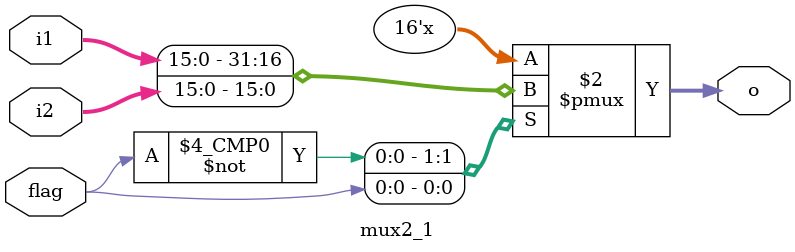
<source format=v>
module mux4_1 (flag, i1, i2, i3, i4, o);
   input [1:0] flag;
   input [15:0] i1, i2, i3, i4;
   output reg [15:0] o;

   always @ (*) begin
      case (flag)
         0: o = i1;
         1: o = i2;
         2: o = i3;
         3: o = i4;
      endcase
   end

endmodule

module mux2_1 (flag, i1, i2, o);
   input flag;
   input [15:0] i1, i2;
   output reg [15:0] o;

   always @ (*) begin
      case (flag)
         0: o = i1;
         1: o = i2;
      endcase
   end

endmodule
</source>
